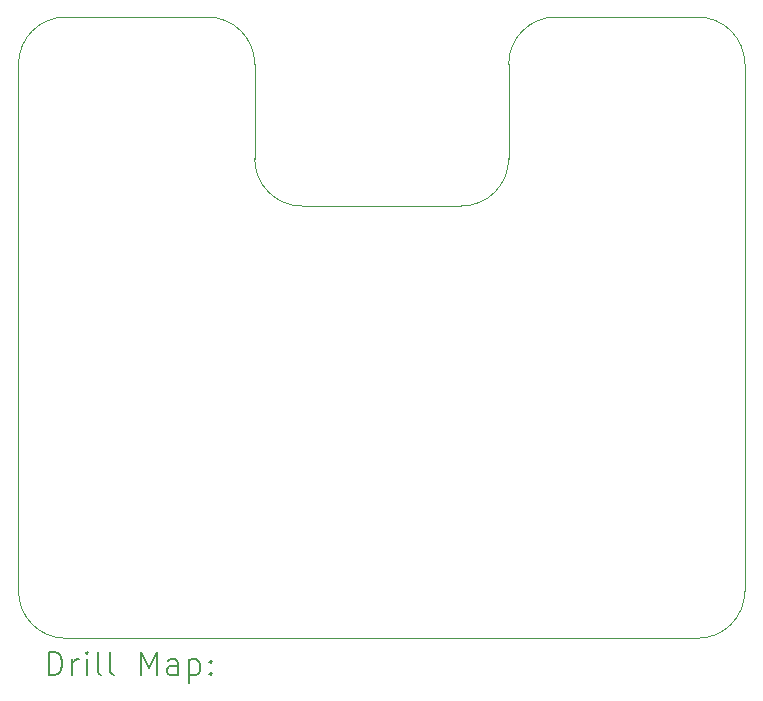
<source format=gbr>
%TF.GenerationSoftware,KiCad,Pcbnew,(6.0.11)*%
%TF.CreationDate,2023-05-27T10:47:36+02:00*%
%TF.ProjectId,dclink,64636c69-6e6b-42e6-9b69-6361645f7063,V0*%
%TF.SameCoordinates,Original*%
%TF.FileFunction,Drillmap*%
%TF.FilePolarity,Positive*%
%FSLAX45Y45*%
G04 Gerber Fmt 4.5, Leading zero omitted, Abs format (unit mm)*
G04 Created by KiCad (PCBNEW (6.0.11)) date 2023-05-27 10:47:36*
%MOMM*%
%LPD*%
G01*
G04 APERTURE LIST*
%ADD10C,0.050000*%
%ADD11C,0.200000*%
G04 APERTURE END LIST*
D10*
X13510000Y-7850000D02*
X12310000Y-7850000D01*
X12310000Y-13110000D02*
X17660000Y-13110000D01*
X16060000Y-8250000D02*
X16060000Y-9050000D01*
X13910000Y-9050000D02*
X13910000Y-8250000D01*
X16460000Y-7850000D02*
G75*
G03*
X16060000Y-8250000I0J-400000D01*
G01*
X15660000Y-9450000D02*
X14310000Y-9450000D01*
X18060000Y-8250000D02*
G75*
G03*
X17660000Y-7850000I-400000J0D01*
G01*
X15660000Y-9450000D02*
G75*
G03*
X16060000Y-9050000I0J400000D01*
G01*
X17660000Y-13110000D02*
G75*
G03*
X18060000Y-12710000I0J400000D01*
G01*
X12310000Y-7850000D02*
G75*
G03*
X11910000Y-8250000I0J-400000D01*
G01*
X13910000Y-9050000D02*
G75*
G03*
X14310000Y-9450000I400000J0D01*
G01*
X18060000Y-12710000D02*
X18060000Y-8250000D01*
X11910000Y-8250000D02*
X11910000Y-12710000D01*
X11910000Y-12710000D02*
G75*
G03*
X12310000Y-13110000I400000J0D01*
G01*
X17660000Y-7850000D02*
X16460000Y-7850000D01*
X13910000Y-8250000D02*
G75*
G03*
X13510000Y-7850000I-400000J0D01*
G01*
D11*
X12165119Y-13422976D02*
X12165119Y-13222976D01*
X12212738Y-13222976D01*
X12241309Y-13232500D01*
X12260357Y-13251548D01*
X12269881Y-13270595D01*
X12279405Y-13308690D01*
X12279405Y-13337262D01*
X12269881Y-13375357D01*
X12260357Y-13394405D01*
X12241309Y-13413452D01*
X12212738Y-13422976D01*
X12165119Y-13422976D01*
X12365119Y-13422976D02*
X12365119Y-13289643D01*
X12365119Y-13327738D02*
X12374643Y-13308690D01*
X12384167Y-13299167D01*
X12403214Y-13289643D01*
X12422262Y-13289643D01*
X12488928Y-13422976D02*
X12488928Y-13289643D01*
X12488928Y-13222976D02*
X12479405Y-13232500D01*
X12488928Y-13242024D01*
X12498452Y-13232500D01*
X12488928Y-13222976D01*
X12488928Y-13242024D01*
X12612738Y-13422976D02*
X12593690Y-13413452D01*
X12584167Y-13394405D01*
X12584167Y-13222976D01*
X12717500Y-13422976D02*
X12698452Y-13413452D01*
X12688928Y-13394405D01*
X12688928Y-13222976D01*
X12946071Y-13422976D02*
X12946071Y-13222976D01*
X13012738Y-13365833D01*
X13079405Y-13222976D01*
X13079405Y-13422976D01*
X13260357Y-13422976D02*
X13260357Y-13318214D01*
X13250833Y-13299167D01*
X13231786Y-13289643D01*
X13193690Y-13289643D01*
X13174643Y-13299167D01*
X13260357Y-13413452D02*
X13241309Y-13422976D01*
X13193690Y-13422976D01*
X13174643Y-13413452D01*
X13165119Y-13394405D01*
X13165119Y-13375357D01*
X13174643Y-13356309D01*
X13193690Y-13346786D01*
X13241309Y-13346786D01*
X13260357Y-13337262D01*
X13355595Y-13289643D02*
X13355595Y-13489643D01*
X13355595Y-13299167D02*
X13374643Y-13289643D01*
X13412738Y-13289643D01*
X13431786Y-13299167D01*
X13441309Y-13308690D01*
X13450833Y-13327738D01*
X13450833Y-13384881D01*
X13441309Y-13403928D01*
X13431786Y-13413452D01*
X13412738Y-13422976D01*
X13374643Y-13422976D01*
X13355595Y-13413452D01*
X13536548Y-13403928D02*
X13546071Y-13413452D01*
X13536548Y-13422976D01*
X13527024Y-13413452D01*
X13536548Y-13403928D01*
X13536548Y-13422976D01*
X13536548Y-13299167D02*
X13546071Y-13308690D01*
X13536548Y-13318214D01*
X13527024Y-13308690D01*
X13536548Y-13299167D01*
X13536548Y-13318214D01*
M02*

</source>
